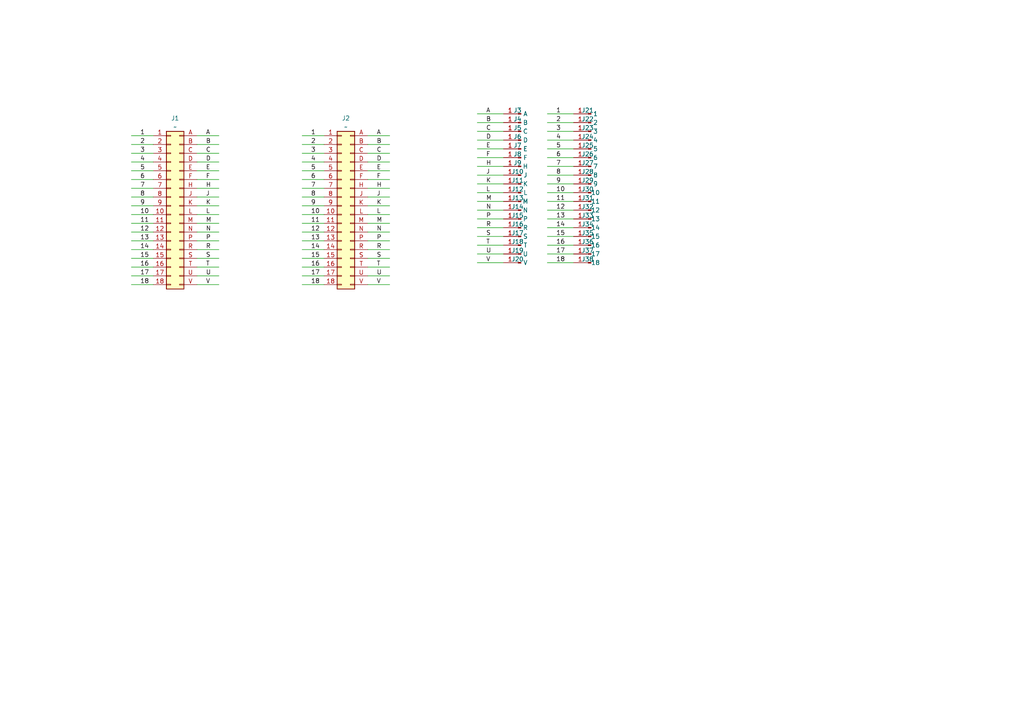
<source format=kicad_sch>
(kicad_sch (version 20231120) (generator "eeschema") (generator_version "8.0")
  (paper "A4")
  (lib_symbols
    (symbol "CompLibrary:Conn_02x18_NumLetter" (pin_names hide)
      (property "Reference" "J" (at 0 0 0))
      (symbol "Conn_02x18_NumLetter_1_1"
        (rectangle (start -2.54 -46.863) (end -1.27 -47.117) (stroke (width 0.1524)))
        (rectangle (start -2.54 -44.323) (end -1.27 -44.577) (stroke (width 0.1524)))
        (rectangle (start -2.54 -41.783) (end -1.27 -42.037) (stroke (width 0.1524)))
        (rectangle (start -2.54 -39.243) (end -1.27 -39.497) (stroke (width 0.1524)))
        (rectangle (start -2.54 -36.703) (end -1.27 -36.957) (stroke (width 0.1524)))
        (rectangle (start -2.54 -34.163) (end -1.27 -34.417) (stroke (width 0.1524)))
        (rectangle (start -2.54 -31.623) (end -1.27 -31.877) (stroke (width 0.1524)))
        (rectangle (start -2.54 -29.083) (end -1.27 -29.337) (stroke (width 0.1524)))
        (rectangle (start -2.54 -26.543) (end -1.27 -26.797) (stroke (width 0.1524)))
        (rectangle (start -2.54 -24.003) (end -1.27 -24.257) (stroke (width 0.1524)))
        (rectangle (start -2.54 -21.463) (end -1.27 -21.717) (stroke (width 0.1524)))
        (rectangle (start -2.54 -18.923) (end -1.27 -19.177) (stroke (width 0.1524)))
        (rectangle (start -2.54 -16.383) (end -1.27 -16.637) (stroke (width 0.1524)))
        (rectangle (start -2.54 -13.843) (end -1.27 -14.097) (stroke (width 0.1524)))
        (rectangle (start -2.54 -11.303) (end -1.27 -11.557) (stroke (width 0.1524)))
        (rectangle (start -2.54 -8.763) (end -1.27 -9.017) (stroke (width 0.1524)))
        (rectangle (start -2.54 -6.223) (end -1.27 -6.477) (stroke (width 0.1524)))
        (rectangle (start -2.54 -3.683) (end -1.27 -3.937) (stroke (width 0.1524)))
        (rectangle (start -2.54 -2.54) (end 2.54 -48.26) (stroke (width 0.254)) (fill (type background)))
        (rectangle (start 2.54 -46.863) (end 1.27 -47.117) (stroke (width 0.1524)))
        (rectangle (start 2.54 -44.323) (end 1.27 -44.577) (stroke (width 0.1524)))
        (rectangle (start 2.54 -41.783) (end 1.27 -42.037) (stroke (width 0.1524)))
        (rectangle (start 2.54 -39.243) (end 1.27 -39.497) (stroke (width 0.1524)))
        (rectangle (start 2.54 -36.703) (end 1.27 -36.957) (stroke (width 0.1524)))
        (rectangle (start 2.54 -34.163) (end 1.27 -34.417) (stroke (width 0.1524)))
        (rectangle (start 2.54 -31.623) (end 1.27 -31.877) (stroke (width 0.1524)))
        (rectangle (start 2.54 -29.083) (end 1.27 -29.337) (stroke (width 0.1524)))
        (rectangle (start 2.54 -26.543) (end 1.27 -26.797) (stroke (width 0.1524)))
        (rectangle (start 2.54 -24.003) (end 1.27 -24.257) (stroke (width 0.1524)))
        (rectangle (start 2.54 -21.463) (end 1.27 -21.717) (stroke (width 0.1524)))
        (rectangle (start 2.54 -18.923) (end 1.27 -19.177) (stroke (width 0.1524)))
        (rectangle (start 2.54 -16.383) (end 1.27 -16.637) (stroke (width 0.1524)))
        (rectangle (start 2.54 -13.843) (end 1.27 -14.097) (stroke (width 0.1524)))
        (rectangle (start 2.54 -11.303) (end 1.27 -11.557) (stroke (width 0.1524)))
        (rectangle (start 2.54 -8.763) (end 1.27 -9.017) (stroke (width 0.1524)))
        (rectangle (start 2.54 -6.223) (end 1.27 -6.477) (stroke (width 0.1524)))
        (rectangle (start 2.54 -3.683) (end 1.27 -3.937) (stroke (width 0.1524)))
        (pin passive line (at -6.35 -3.81 0) (length 3.81) (name "Pin_1") (number "1"))
        (pin passive line (at -6.35 -26.67 0) (length 3.81) (name "Pin_10") (number "10"))
        (pin passive line (at -6.35 -29.21 0) (length 3.81) (name "Pin_11") (number "11"))
        (pin passive line (at -6.35 -31.75 0) (length 3.81) (name "Pin_12") (number "12"))
        (pin passive line (at -6.35 -34.29 0) (length 3.81) (name "Pin_13") (number "13"))
        (pin passive line (at -6.35 -36.83 0) (length 3.81) (name "Pin_14") (number "14"))
        (pin passive line (at -6.35 -39.37 0) (length 3.81) (name "Pin_15") (number "15"))
        (pin passive line (at -6.35 -41.91 0) (length 3.81) (name "Pin_16") (number "16"))
        (pin passive line (at -6.35 -44.45 0) (length 3.81) (name "Pin_17") (number "17"))
        (pin passive line (at -6.35 -46.99 0) (length 3.81) (name "Pin_18") (number "18"))
        (pin passive line (at -6.35 -6.35 0) (length 3.81) (name "Pin_2") (number "2"))
        (pin passive line (at -6.35 -8.89 0) (length 3.81) (name "Pin_3") (number "3"))
        (pin passive line (at -6.35 -11.43 0) (length 3.81) (name "Pin_4") (number "4"))
        (pin passive line (at -6.35 -13.97 0) (length 3.81) (name "Pin_5") (number "5"))
        (pin passive line (at -6.35 -16.51 0) (length 3.81) (name "Pin_6") (number "6"))
        (pin passive line (at -6.35 -19.05 0) (length 3.81) (name "Pin_7") (number "7"))
        (pin passive line (at -6.35 -21.59 0) (length 3.81) (name "Pin_8") (number "8"))
        (pin passive line (at -6.35 -24.13 0) (length 3.81) (name "Pin_9") (number "9"))
        (pin passive line (at 6.35 -3.81 180) (length 3.81) (name "Pin_A") (number "A"))
        (pin passive line (at 6.35 -6.35 180) (length 3.81) (name "Pin_B") (number "B"))
        (pin passive line (at 6.35 -8.89 180) (length 3.81) (name "Pin_C") (number "C"))
        (pin passive line (at 6.35 -11.43 180) (length 3.81) (name "Pin_D") (number "D"))
        (pin passive line (at 6.35 -13.97 180) (length 3.81) (name "Pin_E") (number "E"))
        (pin passive line (at 6.35 -16.51 180) (length 3.81) (name "Pin_F") (number "F"))
        (pin passive line (at 6.35 -19.05 180) (length 3.81) (name "Pin_H") (number "H"))
        (pin passive line (at 6.35 -21.59 180) (length 3.81) (name "Pin_J") (number "J"))
        (pin passive line (at 6.35 -24.13 180) (length 3.81) (name "Pin_K") (number "K"))
        (pin passive line (at 6.35 -26.67 180) (length 3.81) (name "Pin_L") (number "L"))
        (pin passive line (at 6.35 -29.21 180) (length 3.81) (name "Pin_M") (number "M"))
        (pin passive line (at 6.35 -31.75 180) (length 3.81) (name "Pin_N") (number "N"))
        (pin passive line (at 6.35 -34.29 180) (length 3.81) (name "Pin_P") (number "P"))
        (pin passive line (at 6.35 -36.83 180) (length 3.81) (name "Pin_R") (number "R"))
        (pin passive line (at 6.35 -39.37 180) (length 3.81) (name "Pin_S") (number "S"))
        (pin passive line (at 6.35 -41.91 180) (length 3.81) (name "Pin_T") (number "T"))
        (pin passive line (at 6.35 -44.45 180) (length 3.81) (name "Pin_U") (number "U"))
        (pin passive line (at 6.35 -46.99 180) (length 3.81) (name "Pin_V") (number "V"))
      )
    )
    (symbol "Connector:Conn_01x01_Pin" (pin_names (offset 1.016) hide)
      (property "Reference" "J" (at 0 2.54 0))
      (property "Value" "Conn_01x01_Pin" (at 0 -2.54 0))
      (symbol "Conn_01x01_Pin_1_1"
        (polyline (pts (xy 1.27 0) (xy 0.8636 0)) (stroke (width 0.1524)))
        (rectangle (start 0.8636 0.127) (end 0 -0.127) (stroke (width 0.1524)) (fill (type outline)))
        (pin passive line (at 5.08 0 180) (length 3.81) (name "Pin_1") (number "1"))
      )
    )
  )
  (wire (pts (xy 138.43 66.04) (xy 146.05 66.04)))
  (wire (pts (xy 106.68 67.31) (xy 113.03 67.31)))
  (wire (pts (xy 158.75 63.5) (xy 166.37 63.5)))
  (wire (pts (xy 87.63 77.47) (xy 93.98 77.47)))
  (wire (pts (xy 57.15 39.37) (xy 63.5 39.37)))
  (wire (pts (xy 158.75 76.2) (xy 166.37 76.2)))
  (wire (pts (xy 106.68 82.55) (xy 113.03 82.55)))
  (wire (pts (xy 106.68 74.93) (xy 113.03 74.93)))
  (wire (pts (xy 87.63 39.37) (xy 93.98 39.37)))
  (wire (pts (xy 38.1 67.31) (xy 44.45 67.31)))
  (wire (pts (xy 138.43 63.5) (xy 146.05 63.5)))
  (wire (pts (xy 106.68 41.91) (xy 113.03 41.91)))
  (wire (pts (xy 106.68 59.69) (xy 113.03 59.69)))
  (wire (pts (xy 158.75 68.58) (xy 166.37 68.58)))
  (wire (pts (xy 106.68 77.47) (xy 113.03 77.47)))
  (wire (pts (xy 38.1 41.91) (xy 44.45 41.91)))
  (wire (pts (xy 106.68 62.23) (xy 113.03 62.23)))
  (wire (pts (xy 57.15 80.01) (xy 63.5 80.01)))
  (wire (pts (xy 87.63 57.15) (xy 93.98 57.15)))
  (wire (pts (xy 158.75 73.66) (xy 166.37 73.66)))
  (wire (pts (xy 87.63 44.45) (xy 93.98 44.45)))
  (wire (pts (xy 57.15 46.99) (xy 63.5 46.99)))
  (wire (pts (xy 57.15 52.07) (xy 63.5 52.07)))
  (wire (pts (xy 57.15 41.91) (xy 63.5 41.91)))
  (wire (pts (xy 106.68 49.53) (xy 113.03 49.53)))
  (wire (pts (xy 57.15 64.77) (xy 63.5 64.77)))
  (wire (pts (xy 57.15 59.69) (xy 63.5 59.69)))
  (wire (pts (xy 138.43 58.42) (xy 146.05 58.42)))
  (wire (pts (xy 38.1 80.01) (xy 44.45 80.01)))
  (wire (pts (xy 38.1 52.07) (xy 44.45 52.07)))
  (wire (pts (xy 106.68 44.45) (xy 113.03 44.45)))
  (wire (pts (xy 138.43 38.1) (xy 146.05 38.1)))
  (wire (pts (xy 158.75 35.56) (xy 166.37 35.56)))
  (wire (pts (xy 87.63 54.61) (xy 93.98 54.61)))
  (wire (pts (xy 158.75 43.18) (xy 166.37 43.18)))
  (wire (pts (xy 138.43 48.26) (xy 146.05 48.26)))
  (wire (pts (xy 138.43 53.34) (xy 146.05 53.34)))
  (wire (pts (xy 57.15 69.85) (xy 63.5 69.85)))
  (wire (pts (xy 138.43 45.72) (xy 146.05 45.72)))
  (wire (pts (xy 87.63 82.55) (xy 93.98 82.55)))
  (wire (pts (xy 158.75 66.04) (xy 166.37 66.04)))
  (wire (pts (xy 158.75 38.1) (xy 166.37 38.1)))
  (wire (pts (xy 38.1 82.55) (xy 44.45 82.55)))
  (wire (pts (xy 138.43 71.12) (xy 146.05 71.12)))
  (wire (pts (xy 38.1 64.77) (xy 44.45 64.77)))
  (wire (pts (xy 57.15 44.45) (xy 63.5 44.45)))
  (wire (pts (xy 57.15 77.47) (xy 63.5 77.47)))
  (wire (pts (xy 106.68 72.39) (xy 113.03 72.39)))
  (wire (pts (xy 57.15 74.93) (xy 63.5 74.93)))
  (wire (pts (xy 38.1 62.23) (xy 44.45 62.23)))
  (wire (pts (xy 106.68 46.99) (xy 113.03 46.99)))
  (wire (pts (xy 138.43 33.02) (xy 146.05 33.02)))
  (wire (pts (xy 87.63 52.07) (xy 93.98 52.07)))
  (wire (pts (xy 38.1 44.45) (xy 44.45 44.45)))
  (wire (pts (xy 38.1 46.99) (xy 44.45 46.99)))
  (wire (pts (xy 87.63 62.23) (xy 93.98 62.23)))
  (wire (pts (xy 106.68 64.77) (xy 113.03 64.77)))
  (wire (pts (xy 106.68 54.61) (xy 113.03 54.61)))
  (wire (pts (xy 158.75 45.72) (xy 166.37 45.72)))
  (wire (pts (xy 158.75 50.8) (xy 166.37 50.8)))
  (wire (pts (xy 38.1 39.37) (xy 44.45 39.37)))
  (wire (pts (xy 158.75 58.42) (xy 166.37 58.42)))
  (wire (pts (xy 38.1 57.15) (xy 44.45 57.15)))
  (wire (pts (xy 87.63 59.69) (xy 93.98 59.69)))
  (wire (pts (xy 38.1 69.85) (xy 44.45 69.85)))
  (wire (pts (xy 57.15 67.31) (xy 63.5 67.31)))
  (wire (pts (xy 106.68 57.15) (xy 113.03 57.15)))
  (wire (pts (xy 158.75 40.64) (xy 166.37 40.64)))
  (wire (pts (xy 38.1 74.93) (xy 44.45 74.93)))
  (wire (pts (xy 138.43 73.66) (xy 146.05 73.66)))
  (wire (pts (xy 106.68 69.85) (xy 113.03 69.85)))
  (wire (pts (xy 38.1 72.39) (xy 44.45 72.39)))
  (wire (pts (xy 138.43 60.96) (xy 146.05 60.96)))
  (wire (pts (xy 57.15 82.55) (xy 63.5 82.55)))
  (wire (pts (xy 38.1 49.53) (xy 44.45 49.53)))
  (wire (pts (xy 38.1 54.61) (xy 44.45 54.61)))
  (wire (pts (xy 158.75 48.26) (xy 166.37 48.26)))
  (wire (pts (xy 138.43 55.88) (xy 146.05 55.88)))
  (wire (pts (xy 38.1 59.69) (xy 44.45 59.69)))
  (wire (pts (xy 87.63 69.85) (xy 93.98 69.85)))
  (wire (pts (xy 87.63 72.39) (xy 93.98 72.39)))
  (wire (pts (xy 158.75 55.88) (xy 166.37 55.88)))
  (wire (pts (xy 57.15 54.61) (xy 63.5 54.61)))
  (wire (pts (xy 87.63 49.53) (xy 93.98 49.53)))
  (wire (pts (xy 138.43 40.64) (xy 146.05 40.64)))
  (wire (pts (xy 87.63 64.77) (xy 93.98 64.77)))
  (wire (pts (xy 57.15 57.15) (xy 63.5 57.15)))
  (wire (pts (xy 158.75 53.34) (xy 166.37 53.34)))
  (wire (pts (xy 106.68 80.01) (xy 113.03 80.01)))
  (wire (pts (xy 87.63 74.93) (xy 93.98 74.93)))
  (wire (pts (xy 87.63 80.01) (xy 93.98 80.01)))
  (wire (pts (xy 138.43 50.8) (xy 146.05 50.8)))
  (wire (pts (xy 57.15 62.23) (xy 63.5 62.23)))
  (wire (pts (xy 106.68 39.37) (xy 113.03 39.37)))
  (wire (pts (xy 158.75 71.12) (xy 166.37 71.12)))
  (wire (pts (xy 106.68 52.07) (xy 113.03 52.07)))
  (wire (pts (xy 38.1 77.47) (xy 44.45 77.47)))
  (wire (pts (xy 138.43 43.18) (xy 146.05 43.18)))
  (wire (pts (xy 138.43 68.58) (xy 146.05 68.58)))
  (wire (pts (xy 158.75 33.02) (xy 166.37 33.02)))
  (wire (pts (xy 87.63 46.99) (xy 93.98 46.99)))
  (wire (pts (xy 87.63 67.31) (xy 93.98 67.31)))
  (wire (pts (xy 158.75 60.96) (xy 166.37 60.96)))
  (wire (pts (xy 138.43 35.56) (xy 146.05 35.56)))
  (wire (pts (xy 138.43 76.2) (xy 146.05 76.2)))
  (wire (pts (xy 87.63 41.91) (xy 93.98 41.91)))
  (wire (pts (xy 57.15 72.39) (xy 63.5 72.39)))
  (wire (pts (xy 57.15 49.53) (xy 63.5 49.53)))
  (label "8" (at 40.64 57.15 0))
  (label "1" (at 90.17 39.37 0))
  (label "M" (at 140.97 58.42 0))
  (label "5" (at 90.17 49.53 0))
  (label "5" (at 40.64 49.53 0))
  (label "17" (at 161.29 73.66 0))
  (label "J" (at 59.69 57.15 0))
  (label "13" (at 161.29 63.5 0))
  (label "T" (at 59.69 77.47 0))
  (label "R" (at 59.69 72.39 0))
  (label "4" (at 90.17 46.99 0))
  (label "N" (at 140.97 60.96 0))
  (label "F" (at 109.22 52.07 0))
  (label "M" (at 109.22 64.77 0))
  (label "J" (at 140.97 50.8 0))
  (label "4" (at 40.64 46.99 0))
  (label "18" (at 90.17 82.55 0))
  (label "16" (at 90.17 77.47 0))
  (label "S" (at 59.69 74.93 0))
  (label "B" (at 59.69 41.91 0))
  (label "5" (at 161.29 43.18 0))
  (label "D" (at 59.69 46.99 0))
  (label "A" (at 59.69 39.37 0))
  (label "14" (at 161.29 66.04 0))
  (label "S" (at 109.22 74.93 0))
  (label "1" (at 161.29 33.02 0))
  (label "H" (at 59.69 54.61 0))
  (label "7" (at 40.64 54.61 0))
  (label "C" (at 109.22 44.45 0))
  (label "N" (at 59.69 67.31 0))
  (label "7" (at 161.29 48.26 0))
  (label "K" (at 59.69 59.69 0))
  (label "U" (at 59.69 80.01 0))
  (label "13" (at 90.17 69.85 0))
  (label "L" (at 109.22 62.23 0))
  (label "D" (at 140.97 40.64 0))
  (label "2" (at 161.29 35.56 0))
  (label "R" (at 109.22 72.39 0))
  (label "17" (at 90.17 80.01 0))
  (label "P" (at 140.97 63.5 0))
  (label "K" (at 140.97 53.34 0))
  (label "B" (at 140.97 35.56 0))
  (label "F" (at 140.97 45.72 0))
  (label "D" (at 109.22 46.99 0))
  (label "S" (at 140.97 68.58 0))
  (label "17" (at 40.64 80.01 0))
  (label "E" (at 59.69 49.53 0))
  (label "15" (at 90.17 74.93 0))
  (label "15" (at 40.64 74.93 0))
  (label "12" (at 161.29 60.96 0))
  (label "N" (at 109.22 67.31 0))
  (label "16" (at 40.64 77.47 0))
  (label "3" (at 40.64 44.45 0))
  (label "C" (at 140.97 38.1 0))
  (label "K" (at 109.22 59.69 0))
  (label "E" (at 109.22 49.53 0))
  (label "2" (at 90.17 41.91 0))
  (label "A" (at 109.22 39.37 0))
  (label "8" (at 90.17 57.15 0))
  (label "18" (at 40.64 82.55 0))
  (label "U" (at 109.22 80.01 0))
  (label "6" (at 161.29 45.72 0))
  (label "M" (at 59.69 64.77 0))
  (label "6" (at 40.64 52.07 0))
  (label "C" (at 59.69 44.45 0))
  (label "T" (at 109.22 77.47 0))
  (label "B" (at 109.22 41.91 0))
  (label "V" (at 59.69 82.55 0))
  (label "U" (at 140.97 73.66 0))
  (label "L" (at 59.69 62.23 0))
  (label "14" (at 90.17 72.39 0))
  (label "9" (at 40.64 59.69 0))
  (label "R" (at 140.97 66.04 0))
  (label "4" (at 161.29 40.64 0))
  (label "P" (at 59.69 69.85 0))
  (label "10" (at 40.64 62.23 0))
  (label "10" (at 90.17 62.23 0))
  (label "12" (at 90.17 67.31 0))
  (label "13" (at 40.64 69.85 0))
  (label "V" (at 109.22 82.55 0))
  (label "9" (at 90.17 59.69 0))
  (label "H" (at 109.22 54.61 0))
  (label "11" (at 40.64 64.77 0))
  (label "9" (at 161.29 53.34 0))
  (label "1" (at 40.64 39.37 0))
  (label "12" (at 40.64 67.31 0))
  (label "15" (at 161.29 68.58 0))
  (label "11" (at 161.29 58.42 0))
  (label "6" (at 90.17 52.07 0))
  (label "11" (at 90.17 64.77 0))
  (label "H" (at 140.97 48.26 0))
  (label "2" (at 40.64 41.91 0))
  (label "14" (at 40.64 72.39 0))
  (label "V" (at 140.97 76.2 0))
  (label "A" (at 140.97 33.02 0))
  (label "3" (at 161.29 38.1 0))
  (label "16" (at 161.29 71.12 0))
  (label "J" (at 109.22 57.15 0))
  (label "8" (at 161.29 50.8 0))
  (label "P" (at 109.22 69.85 0))
  (label "F" (at 59.69 52.07 0))
  (label "L" (at 140.97 55.88 0))
  (label "10" (at 161.29 55.88 0))
  (label "7" (at 90.17 54.61 0))
  (label "T" (at 140.97 71.12 0))
  (label "3" (at 90.17 44.45 0))
  (label "18" (at 161.29 76.2 0))
  (label "E" (at 140.97 43.18 0))
  (symbol (lib_id "Connector:Conn_01x01_Pin") (at 151.13 66.04 180) (unit 1)
    (property "Reference" "J16" (at 150.114 65.024 0))
    (property "Value" "R" (at 152.4 66.04 0))
    (property "Footprint" "Connector_PinHeader_2.54mm:PinHeader_1x01_P2.54mm_Vertical" (effects (hide yes)))
    (property "Description" "Generic connector, single row, 01x01, script generated" (effects (hide yes)))
  )
  (symbol (lib_id "Connector:Conn_01x01_Pin") (at 151.13 76.2 180) (unit 1)
    (property "Reference" "J20" (at 150.114 75.184 0))
    (property "Value" "V" (at 152.4 76.2 0))
    (property "Footprint" "Connector_PinHeader_2.54mm:PinHeader_1x01_P2.54mm_Vertical" (effects (hide yes)))
    (property "Description" "Generic connector, single row, 01x01, script generated" (effects (hide yes)))
  )
  (symbol (lib_id "Connector:Conn_01x01_Pin") (at 151.13 68.58 180) (unit 1)
    (property "Reference" "J17" (at 150.114 67.564 0))
    (property "Value" "S" (at 152.4 68.58 0))
    (property "Footprint" "Connector_PinHeader_2.54mm:PinHeader_1x01_P2.54mm_Vertical" (effects (hide yes)))
    (property "Description" "Generic connector, single row, 01x01, script generated" (effects (hide yes)))
  )
  (symbol (lib_id "Connector:Conn_01x01_Pin") (at 171.45 38.1 180) (unit 1)
    (property "Reference" "J23" (at 170.434 37.084 0))
    (property "Value" "3" (at 172.72 38.1 0))
    (property "Footprint" "Connector_PinHeader_2.54mm:PinHeader_1x01_P2.54mm_Vertical" (effects (hide yes)))
    (property "Description" "Generic connector, single row, 01x01, script generated" (effects (hide yes)))
  )
  (symbol (lib_id "Connector:Conn_01x01_Pin") (at 151.13 63.5 180) (unit 1)
    (property "Reference" "J15" (at 150.114 62.484 0))
    (property "Value" "P" (at 152.4 63.5 0))
    (property "Footprint" "Connector_PinHeader_2.54mm:PinHeader_1x01_P2.54mm_Vertical" (effects (hide yes)))
    (property "Description" "Generic connector, single row, 01x01, script generated" (effects (hide yes)))
  )
  (symbol (lib_id "Connector:Conn_01x01_Pin") (at 171.45 40.64 180) (unit 1)
    (property "Reference" "J24" (at 170.434 39.624 0))
    (property "Value" "4" (at 172.72 40.64 0))
    (property "Footprint" "Connector_PinHeader_2.54mm:PinHeader_1x01_P2.54mm_Vertical" (effects (hide yes)))
    (property "Description" "Generic connector, single row, 01x01, script generated" (effects (hide yes)))
  )
  (symbol (lib_id "Connector:Conn_01x01_Pin") (at 151.13 48.26 180) (unit 1)
    (property "Reference" "J9" (at 150.114 47.244 0))
    (property "Value" "H" (at 152.4 48.26 0))
    (property "Footprint" "Connector_PinHeader_2.54mm:PinHeader_1x01_P2.54mm_Vertical" (effects (hide yes)))
    (property "Description" "Generic connector, single row, 01x01, script generated" (effects (hide yes)))
  )
  (symbol (lib_id "Connector:Conn_01x01_Pin") (at 151.13 50.8 180) (unit 1)
    (property "Reference" "J10" (at 150.114 49.784 0))
    (property "Value" "J" (at 152.4 50.8 0))
    (property "Footprint" "Connector_PinHeader_2.54mm:PinHeader_1x01_P2.54mm_Vertical" (effects (hide yes)))
    (property "Description" "Generic connector, single row, 01x01, script generated" (effects (hide yes)))
  )
  (symbol (lib_id "Connector:Conn_01x01_Pin") (at 151.13 43.18 180) (unit 1)
    (property "Reference" "J7" (at 150.114 42.164 0))
    (property "Value" "E" (at 152.4 43.18 0))
    (property "Footprint" "Connector_PinHeader_2.54mm:PinHeader_1x01_P2.54mm_Vertical" (effects (hide yes)))
    (property "Description" "Generic connector, single row, 01x01, script generated" (effects (hide yes)))
  )
  (symbol (lib_id "Connector:Conn_01x01_Pin") (at 171.45 35.56 180) (unit 1)
    (property "Reference" "J22" (at 170.434 34.544 0))
    (property "Value" "2" (at 172.72 35.56 0))
    (property "Footprint" "Connector_PinHeader_2.54mm:PinHeader_1x01_P2.54mm_Vertical" (effects (hide yes)))
    (property "Description" "Generic connector, single row, 01x01, script generated" (effects (hide yes)))
  )
  (symbol (lib_id "Connector:Conn_01x01_Pin") (at 171.45 43.18 180) (unit 1)
    (property "Reference" "J25" (at 170.434 42.164 0))
    (property "Value" "5" (at 172.72 43.18 0))
    (property "Footprint" "Connector_PinHeader_2.54mm:PinHeader_1x01_P2.54mm_Vertical" (effects (hide yes)))
    (property "Description" "Generic connector, single row, 01x01, script generated" (effects (hide yes)))
  )
  (symbol (lib_id "Connector:Conn_01x01_Pin") (at 171.45 73.66 180) (unit 1)
    (property "Reference" "J37" (at 170.434 72.644 0))
    (property "Value" "17" (at 172.72 73.66 0))
    (property "Footprint" "Connector_PinHeader_2.54mm:PinHeader_1x01_P2.54mm_Vertical" (effects (hide yes)))
    (property "Description" "Generic connector, single row, 01x01, script generated" (effects (hide yes)))
  )
  (symbol (lib_id "Connector:Conn_01x01_Pin") (at 151.13 73.66 180) (unit 1)
    (property "Reference" "J19" (at 150.114 72.644 0))
    (property "Value" "U" (at 152.4 73.66 0))
    (property "Footprint" "Connector_PinHeader_2.54mm:PinHeader_1x01_P2.54mm_Vertical" (effects (hide yes)))
    (property "Description" "Generic connector, single row, 01x01, script generated" (effects (hide yes)))
  )
  (symbol (lib_id "Connector:Conn_01x01_Pin") (at 171.45 58.42 180) (unit 1)
    (property "Reference" "J31" (at 170.434 57.404 0))
    (property "Value" "11" (at 172.72 58.42 0))
    (property "Footprint" "Connector_PinHeader_2.54mm:PinHeader_1x01_P2.54mm_Vertical" (effects (hide yes)))
    (property "Description" "Generic connector, single row, 01x01, script generated" (effects (hide yes)))
  )
  (symbol (lib_id "Connector:Conn_01x01_Pin") (at 151.13 45.72 180) (unit 1)
    (property "Reference" "J8" (at 150.114 44.704 0))
    (property "Value" "F" (at 152.4 45.72 0))
    (property "Footprint" "Connector_PinHeader_2.54mm:PinHeader_1x01_P2.54mm_Vertical" (effects (hide yes)))
    (property "Description" "Generic connector, single row, 01x01, script generated" (effects (hide yes)))
  )
  (symbol (lib_id "Connector:Conn_01x01_Pin") (at 171.45 48.26 180) (unit 1)
    (property "Reference" "J27" (at 170.434 47.244 0))
    (property "Value" "7" (at 172.72 48.26 0))
    (property "Footprint" "Connector_PinHeader_2.54mm:PinHeader_1x01_P2.54mm_Vertical" (effects (hide yes)))
    (property "Description" "Generic connector, single row, 01x01, script generated" (effects (hide yes)))
  )
  (symbol (lib_id "Connector:Conn_01x01_Pin") (at 151.13 55.88 180) (unit 1)
    (property "Reference" "J12" (at 150.114 54.864 0))
    (property "Value" "L" (at 152.4 55.88 0))
    (property "Footprint" "Connector_PinHeader_2.54mm:PinHeader_1x01_P2.54mm_Vertical" (effects (hide yes)))
    (property "Description" "Generic connector, single row, 01x01, script generated" (effects (hide yes)))
  )
  (symbol (lib_id "Connector:Conn_01x01_Pin") (at 151.13 40.64 180) (unit 1)
    (property "Reference" "J6" (at 150.114 39.624 0))
    (property "Value" "D" (at 152.4 40.64 0))
    (property "Footprint" "Connector_PinHeader_2.54mm:PinHeader_1x01_P2.54mm_Vertical" (effects (hide yes)))
    (property "Description" "Generic connector, single row, 01x01, script generated" (effects (hide yes)))
  )
  (symbol (lib_id "Connector:Conn_01x01_Pin") (at 171.45 71.12 180) (unit 1)
    (property "Reference" "J36" (at 170.434 70.104 0))
    (property "Value" "16" (at 172.72 71.12 0))
    (property "Footprint" "Connector_PinHeader_2.54mm:PinHeader_1x01_P2.54mm_Vertical" (effects (hide yes)))
    (property "Description" "Generic connector, single row, 01x01, script generated" (effects (hide yes)))
  )
  (symbol (lib_id "Connector:Conn_01x01_Pin") (at 151.13 71.12 180) (unit 1)
    (property "Reference" "J18" (at 150.114 70.104 0))
    (property "Value" "T" (at 152.4 71.12 0))
    (property "Footprint" "Connector_PinHeader_2.54mm:PinHeader_1x01_P2.54mm_Vertical" (effects (hide yes)))
    (property "Description" "Generic connector, single row, 01x01, script generated" (effects (hide yes)))
  )
  (symbol (lib_id "Connector:Conn_01x01_Pin") (at 171.45 76.2 180) (unit 1)
    (property "Reference" "J38" (at 170.434 75.184 0))
    (property "Value" "18" (at 172.72 76.2 0))
    (property "Footprint" "Connector_PinHeader_2.54mm:PinHeader_1x01_P2.54mm_Vertical" (effects (hide yes)))
    (property "Description" "Generic connector, single row, 01x01, script generated" (effects (hide yes)))
  )
  (symbol (lib_id "Connector:Conn_01x01_Pin") (at 171.45 63.5 180) (unit 1)
    (property "Reference" "J33" (at 170.434 62.484 0))
    (property "Value" "13" (at 172.72 63.5 0))
    (property "Footprint" "Connector_PinHeader_2.54mm:PinHeader_1x01_P2.54mm_Vertical" (effects (hide yes)))
    (property "Description" "Generic connector, single row, 01x01, script generated" (effects (hide yes)))
  )
  (symbol (lib_id "Connector:Conn_01x01_Pin") (at 171.45 55.88 180) (unit 1)
    (property "Reference" "J30" (at 170.434 54.864 0))
    (property "Value" "10" (at 172.72 55.88 0))
    (property "Footprint" "Connector_PinHeader_2.54mm:PinHeader_1x01_P2.54mm_Vertical" (effects (hide yes)))
    (property "Description" "Generic connector, single row, 01x01, script generated" (effects (hide yes)))
  )
  (symbol (lib_id "Connector:Conn_01x01_Pin") (at 151.13 35.56 180) (unit 1)
    (property "Reference" "J4" (at 150.114 34.544 0))
    (property "Value" "B" (at 152.4 35.56 0))
    (property "Footprint" "Connector_PinHeader_2.54mm:PinHeader_1x01_P2.54mm_Vertical" (effects (hide yes)))
    (property "Description" "Generic connector, single row, 01x01, script generated" (effects (hide yes)))
  )
  (symbol (lib_id "Connector:Conn_01x01_Pin") (at 171.45 45.72 180) (unit 1)
    (property "Reference" "J26" (at 170.434 44.704 0))
    (property "Value" "6" (at 172.72 45.72 0))
    (property "Footprint" "Connector_PinHeader_2.54mm:PinHeader_1x01_P2.54mm_Vertical" (effects (hide yes)))
    (property "Description" "Generic connector, single row, 01x01, script generated" (effects (hide yes)))
  )
  (symbol (lib_id "Connector:Conn_01x01_Pin") (at 171.45 53.34 180) (unit 1)
    (property "Reference" "J29" (at 170.434 52.324 0))
    (property "Value" "9" (at 172.72 53.34 0))
    (property "Footprint" "Connector_PinHeader_2.54mm:PinHeader_1x01_P2.54mm_Vertical" (effects (hide yes)))
    (property "Description" "Generic connector, single row, 01x01, script generated" (effects (hide yes)))
  )
  (symbol (lib_id "Connector:Conn_01x01_Pin") (at 151.13 53.34 180) (unit 1)
    (property "Reference" "J11" (at 150.114 52.324 0))
    (property "Value" "K" (at 152.4 53.34 0))
    (property "Footprint" "Connector_PinHeader_2.54mm:PinHeader_1x01_P2.54mm_Vertical" (effects (hide yes)))
    (property "Description" "Generic connector, single row, 01x01, script generated" (effects (hide yes)))
  )
  (symbol (lib_id "Connector:Conn_01x01_Pin") (at 151.13 38.1 180) (unit 1)
    (property "Reference" "J5" (at 150.114 37.084 0))
    (property "Value" "C" (at 152.4 38.1 0))
    (property "Footprint" "Connector_PinHeader_2.54mm:PinHeader_1x01_P2.54mm_Vertical" (effects (hide yes)))
    (property "Description" "Generic connector, single row, 01x01, script generated" (effects (hide yes)))
  )
  (symbol (lib_id "CompLibrary:Conn_02x18_NumLetter") (at 100.33 35.56 0) (unit 1)
    (property "Reference" "J2" (at 100.33 34.29 0))
    (property "Value" "~" (at 100.33 36.83 0))
    (property "Footprint" "CompLibFootprint:Datapoint_2200_36pin_male" (effects (hide yes)))
  )
  (symbol (lib_id "Connector:Conn_01x01_Pin") (at 171.45 66.04 180) (unit 1)
    (property "Reference" "J34" (at 170.434 65.024 0))
    (property "Value" "14" (at 172.72 66.04 0))
    (property "Footprint" "Connector_PinHeader_2.54mm:PinHeader_1x01_P2.54mm_Vertical" (effects (hide yes)))
    (property "Description" "Generic connector, single row, 01x01, script generated" (effects (hide yes)))
  )
  (symbol (lib_id "Connector:Conn_01x01_Pin") (at 151.13 33.02 180) (unit 1)
    (property "Reference" "J3" (at 150.114 32.004 0))
    (property "Value" "A" (at 152.4 33.02 0))
    (property "Footprint" "Connector_PinHeader_2.54mm:PinHeader_1x01_P2.54mm_Vertical" (effects (hide yes)))
    (property "Description" "Generic connector, single row, 01x01, script generated" (effects (hide yes)))
  )
  (symbol (lib_id "Connector:Conn_01x01_Pin") (at 171.45 33.02 180) (unit 1)
    (property "Reference" "J21" (at 170.434 32.004 0))
    (property "Value" "1" (at 172.72 33.02 0))
    (property "Footprint" "Connector_PinHeader_2.54mm:PinHeader_1x01_P2.54mm_Vertical" (effects (hide yes)))
    (property "Description" "Generic connector, single row, 01x01, script generated" (effects (hide yes)))
  )
  (symbol (lib_id "Connector:Conn_01x01_Pin") (at 171.45 68.58 180) (unit 1)
    (property "Reference" "J35" (at 170.434 67.564 0))
    (property "Value" "15" (at 172.72 68.58 0))
    (property "Footprint" "Connector_PinHeader_2.54mm:PinHeader_1x01_P2.54mm_Vertical" (effects (hide yes)))
    (property "Description" "Generic connector, single row, 01x01, script generated" (effects (hide yes)))
  )
  (symbol (lib_id "Connector:Conn_01x01_Pin") (at 171.45 60.96 180) (unit 1)
    (property "Reference" "J32" (at 170.434 59.944 0))
    (property "Value" "12" (at 172.72 60.96 0))
    (property "Footprint" "Connector_PinHeader_2.54mm:PinHeader_1x01_P2.54mm_Vertical" (effects (hide yes)))
    (property "Description" "Generic connector, single row, 01x01, script generated" (effects (hide yes)))
  )
  (symbol (lib_id "CompLibrary:Conn_02x18_NumLetter") (at 50.8 35.56 0) (unit 1)
    (property "Reference" "J1" (at 50.8 34.29 0))
    (property "Value" "~" (at 50.8 36.83 0))
    (property "Footprint" "CompLibFootprint:Datapoint_2200_36pin_female" (effects (hide yes)))
  )
  (symbol (lib_id "Connector:Conn_01x01_Pin") (at 171.45 50.8 180) (unit 1)
    (property "Reference" "J28" (at 170.434 49.784 0))
    (property "Value" "8" (at 172.72 50.8 0))
    (property "Footprint" "Connector_PinHeader_2.54mm:PinHeader_1x01_P2.54mm_Vertical" (effects (hide yes)))
    (property "Description" "Generic connector, single row, 01x01, script generated" (effects (hide yes)))
  )
  (symbol (lib_id "Connector:Conn_01x01_Pin") (at 151.13 58.42 180) (unit 1)
    (property "Reference" "J13" (at 150.114 57.404 0))
    (property "Value" "M" (at 152.4 58.42 0))
    (property "Footprint" "Connector_PinHeader_2.54mm:PinHeader_1x01_P2.54mm_Vertical" (effects (hide yes)))
    (property "Description" "Generic connector, single row, 01x01, script generated" (effects (hide yes)))
  )
  (symbol (lib_id "Connector:Conn_01x01_Pin") (at 151.13 60.96 180) (unit 1)
    (property "Reference" "J14" (at 150.114 59.944 0))
    (property "Value" "N" (at 152.4 60.96 0))
    (property "Footprint" "Connector_PinHeader_2.54mm:PinHeader_1x01_P2.54mm_Vertical" (effects (hide yes)))
    (property "Description" "Generic connector, single row, 01x01, script generated" (effects (hide yes)))
  )
)
</source>
